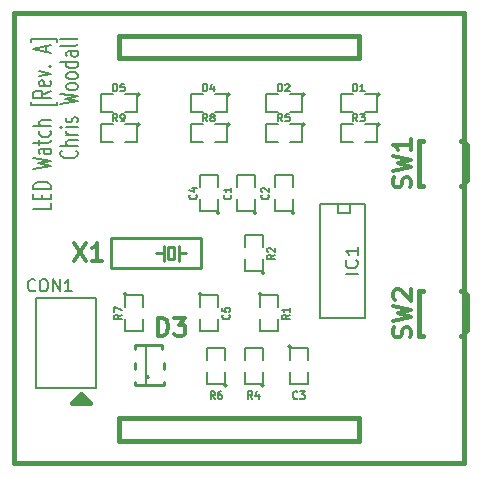
<source format=gto>
G04 (created by PCBNEW-RS274X (2011-nov-30)-testing) date Mon 10 Sep 2012 05:33:44 PM EDT*
%MOIN*%
G04 Gerber Fmt 3.4, Leading zero omitted, Abs format*
%FSLAX34Y34*%
G01*
G70*
G90*
G04 APERTURE LIST*
%ADD10C,0.006*%
%ADD11C,0.015*%
%ADD12C,0.005*%
%ADD13C,0.01*%
%ADD14C,0.008*%
%ADD15C,0.012*%
G04 APERTURE END LIST*
G54D10*
X77243Y-55333D02*
X77243Y-55524D01*
X76643Y-55524D01*
X76929Y-55200D02*
X76929Y-55066D01*
X77243Y-55009D02*
X77243Y-55200D01*
X76643Y-55200D01*
X76643Y-55009D01*
X77243Y-54838D02*
X76643Y-54838D01*
X76643Y-54743D01*
X76671Y-54685D01*
X76729Y-54647D01*
X76786Y-54628D01*
X76900Y-54609D01*
X76986Y-54609D01*
X77100Y-54628D01*
X77157Y-54647D01*
X77214Y-54685D01*
X77243Y-54743D01*
X77243Y-54838D01*
X76643Y-54171D02*
X77243Y-54076D01*
X76814Y-53999D01*
X77243Y-53923D01*
X76643Y-53828D01*
X77243Y-53504D02*
X76929Y-53504D01*
X76871Y-53523D01*
X76843Y-53561D01*
X76843Y-53638D01*
X76871Y-53676D01*
X77214Y-53504D02*
X77243Y-53542D01*
X77243Y-53638D01*
X77214Y-53676D01*
X77157Y-53695D01*
X77100Y-53695D01*
X77043Y-53676D01*
X77014Y-53638D01*
X77014Y-53542D01*
X76986Y-53504D01*
X76843Y-53371D02*
X76843Y-53219D01*
X76643Y-53314D02*
X77157Y-53314D01*
X77214Y-53295D01*
X77243Y-53257D01*
X77243Y-53219D01*
X77214Y-52913D02*
X77243Y-52951D01*
X77243Y-53028D01*
X77214Y-53066D01*
X77186Y-53085D01*
X77129Y-53104D01*
X76957Y-53104D01*
X76900Y-53085D01*
X76871Y-53066D01*
X76843Y-53028D01*
X76843Y-52951D01*
X76871Y-52913D01*
X77243Y-52742D02*
X76643Y-52742D01*
X77243Y-52570D02*
X76929Y-52570D01*
X76871Y-52589D01*
X76843Y-52627D01*
X76843Y-52685D01*
X76871Y-52723D01*
X76900Y-52742D01*
X77443Y-51960D02*
X77443Y-52056D01*
X76586Y-52056D01*
X76586Y-51960D01*
X77243Y-51579D02*
X76957Y-51713D01*
X77243Y-51808D02*
X76643Y-51808D01*
X76643Y-51655D01*
X76671Y-51617D01*
X76700Y-51598D01*
X76757Y-51579D01*
X76843Y-51579D01*
X76900Y-51598D01*
X76929Y-51617D01*
X76957Y-51655D01*
X76957Y-51808D01*
X77214Y-51255D02*
X77243Y-51293D01*
X77243Y-51370D01*
X77214Y-51408D01*
X77157Y-51427D01*
X76929Y-51427D01*
X76871Y-51408D01*
X76843Y-51370D01*
X76843Y-51293D01*
X76871Y-51255D01*
X76929Y-51236D01*
X76986Y-51236D01*
X77043Y-51427D01*
X76843Y-51103D02*
X77243Y-51008D01*
X76843Y-50912D01*
X77186Y-50760D02*
X77214Y-50741D01*
X77243Y-50760D01*
X77214Y-50779D01*
X77186Y-50760D01*
X77243Y-50760D01*
X77071Y-50284D02*
X77071Y-50093D01*
X77243Y-50322D02*
X76643Y-50189D01*
X77243Y-50055D01*
X77443Y-49960D02*
X77443Y-49865D01*
X76586Y-49865D01*
X76586Y-49960D01*
X78086Y-53580D02*
X78114Y-53599D01*
X78143Y-53656D01*
X78143Y-53694D01*
X78114Y-53752D01*
X78057Y-53790D01*
X78000Y-53809D01*
X77886Y-53828D01*
X77800Y-53828D01*
X77686Y-53809D01*
X77629Y-53790D01*
X77571Y-53752D01*
X77543Y-53694D01*
X77543Y-53656D01*
X77571Y-53599D01*
X77600Y-53580D01*
X78143Y-53409D02*
X77543Y-53409D01*
X78143Y-53237D02*
X77829Y-53237D01*
X77771Y-53256D01*
X77743Y-53294D01*
X77743Y-53352D01*
X77771Y-53390D01*
X77800Y-53409D01*
X78143Y-53047D02*
X77743Y-53047D01*
X77857Y-53047D02*
X77800Y-53028D01*
X77771Y-53009D01*
X77743Y-52971D01*
X77743Y-52932D01*
X78143Y-52799D02*
X77743Y-52799D01*
X77543Y-52799D02*
X77571Y-52818D01*
X77600Y-52799D01*
X77571Y-52780D01*
X77543Y-52799D01*
X77600Y-52799D01*
X78114Y-52628D02*
X78143Y-52590D01*
X78143Y-52514D01*
X78114Y-52475D01*
X78057Y-52456D01*
X78029Y-52456D01*
X77971Y-52475D01*
X77943Y-52514D01*
X77943Y-52571D01*
X77914Y-52609D01*
X77857Y-52628D01*
X77829Y-52628D01*
X77771Y-52609D01*
X77743Y-52571D01*
X77743Y-52514D01*
X77771Y-52475D01*
X77543Y-52018D02*
X78143Y-51923D01*
X77714Y-51846D01*
X78143Y-51770D01*
X77543Y-51675D01*
X78143Y-51466D02*
X78114Y-51504D01*
X78086Y-51523D01*
X78029Y-51542D01*
X77857Y-51542D01*
X77800Y-51523D01*
X77771Y-51504D01*
X77743Y-51466D01*
X77743Y-51408D01*
X77771Y-51370D01*
X77800Y-51351D01*
X77857Y-51332D01*
X78029Y-51332D01*
X78086Y-51351D01*
X78114Y-51370D01*
X78143Y-51408D01*
X78143Y-51466D01*
X78143Y-51104D02*
X78114Y-51142D01*
X78086Y-51161D01*
X78029Y-51180D01*
X77857Y-51180D01*
X77800Y-51161D01*
X77771Y-51142D01*
X77743Y-51104D01*
X77743Y-51046D01*
X77771Y-51008D01*
X77800Y-50989D01*
X77857Y-50970D01*
X78029Y-50970D01*
X78086Y-50989D01*
X78114Y-51008D01*
X78143Y-51046D01*
X78143Y-51104D01*
X78143Y-50627D02*
X77543Y-50627D01*
X78114Y-50627D02*
X78143Y-50665D01*
X78143Y-50742D01*
X78114Y-50780D01*
X78086Y-50799D01*
X78029Y-50818D01*
X77857Y-50818D01*
X77800Y-50799D01*
X77771Y-50780D01*
X77743Y-50742D01*
X77743Y-50665D01*
X77771Y-50627D01*
X78143Y-50265D02*
X77829Y-50265D01*
X77771Y-50284D01*
X77743Y-50322D01*
X77743Y-50399D01*
X77771Y-50437D01*
X78114Y-50265D02*
X78143Y-50303D01*
X78143Y-50399D01*
X78114Y-50437D01*
X78057Y-50456D01*
X78000Y-50456D01*
X77943Y-50437D01*
X77914Y-50399D01*
X77914Y-50303D01*
X77886Y-50265D01*
X78143Y-50018D02*
X78114Y-50056D01*
X78057Y-50075D01*
X77543Y-50075D01*
X78143Y-49808D02*
X78114Y-49846D01*
X78057Y-49865D01*
X77543Y-49865D01*
G54D11*
X78350Y-62000D02*
X78400Y-62000D01*
X78200Y-61850D02*
X78350Y-62000D01*
X78050Y-62000D02*
X78200Y-61850D01*
X78250Y-62000D02*
X78050Y-62000D01*
X78250Y-61700D02*
X78250Y-62000D01*
X78550Y-62000D02*
X78250Y-61700D01*
X77950Y-62000D02*
X78550Y-62000D01*
X78250Y-61700D02*
X77950Y-62000D01*
X79500Y-62500D02*
X87500Y-62500D01*
X87500Y-62500D02*
X87500Y-63250D01*
X87500Y-63250D02*
X79500Y-63250D01*
X79500Y-63250D02*
X79500Y-62500D01*
X79500Y-50500D02*
X79500Y-49750D01*
X87500Y-50500D02*
X79500Y-50500D01*
X87500Y-49750D02*
X87500Y-50500D01*
X79500Y-49750D02*
X87500Y-49750D01*
X91000Y-64000D02*
X91000Y-49000D01*
X76000Y-64000D02*
X91000Y-64000D01*
X76000Y-49000D02*
X76000Y-64000D01*
X76000Y-64000D02*
X76000Y-49000D01*
X76000Y-49000D02*
X91000Y-49000D01*
G54D12*
X84350Y-57650D02*
G75*
G03X84350Y-57650I-50J0D01*
G74*
G01*
X84300Y-57200D02*
X84300Y-57600D01*
X84300Y-57600D02*
X83700Y-57600D01*
X83700Y-57600D02*
X83700Y-57200D01*
X83700Y-56800D02*
X83700Y-56400D01*
X83700Y-56400D02*
X84300Y-56400D01*
X84300Y-56400D02*
X84300Y-56800D01*
X84250Y-58350D02*
G75*
G03X84250Y-58350I-50J0D01*
G74*
G01*
X84200Y-58800D02*
X84200Y-58400D01*
X84200Y-58400D02*
X84800Y-58400D01*
X84800Y-58400D02*
X84800Y-58800D01*
X84800Y-59200D02*
X84800Y-59600D01*
X84800Y-59600D02*
X84200Y-59600D01*
X84200Y-59600D02*
X84200Y-59200D01*
X85350Y-55650D02*
G75*
G03X85350Y-55650I-50J0D01*
G74*
G01*
X85300Y-55200D02*
X85300Y-55600D01*
X85300Y-55600D02*
X84700Y-55600D01*
X84700Y-55600D02*
X84700Y-55200D01*
X84700Y-54800D02*
X84700Y-54400D01*
X84700Y-54400D02*
X85300Y-54400D01*
X85300Y-54400D02*
X85300Y-54800D01*
X84100Y-55650D02*
G75*
G03X84100Y-55650I-50J0D01*
G74*
G01*
X84050Y-55200D02*
X84050Y-55600D01*
X84050Y-55600D02*
X83450Y-55600D01*
X83450Y-55600D02*
X83450Y-55200D01*
X83450Y-54800D02*
X83450Y-54400D01*
X83450Y-54400D02*
X84050Y-54400D01*
X84050Y-54400D02*
X84050Y-54800D01*
X82850Y-55650D02*
G75*
G03X82850Y-55650I-50J0D01*
G74*
G01*
X82800Y-55200D02*
X82800Y-55600D01*
X82800Y-55600D02*
X82200Y-55600D01*
X82200Y-55600D02*
X82200Y-55200D01*
X82200Y-54800D02*
X82200Y-54400D01*
X82200Y-54400D02*
X82800Y-54400D01*
X82800Y-54400D02*
X82800Y-54800D01*
G54D13*
X81150Y-56800D02*
X81350Y-56800D01*
X81350Y-56800D02*
X81350Y-57200D01*
X81350Y-57200D02*
X81150Y-57200D01*
X81150Y-57200D02*
X81150Y-56800D01*
X81500Y-56750D02*
X81500Y-57250D01*
X81500Y-57250D02*
X81500Y-57000D01*
X81500Y-57000D02*
X81750Y-57000D01*
X80750Y-57000D02*
X81000Y-57000D01*
X81000Y-57000D02*
X81000Y-56750D01*
X81000Y-56750D02*
X81000Y-57250D01*
X82250Y-57500D02*
X82250Y-56500D01*
X82250Y-56500D02*
X79250Y-56500D01*
X79250Y-56500D02*
X79250Y-57500D01*
X79250Y-57500D02*
X82250Y-57500D01*
G54D11*
X91000Y-59750D02*
X90900Y-59750D01*
X91000Y-58250D02*
X90900Y-58250D01*
X91000Y-59650D02*
X91100Y-59550D01*
X91100Y-59550D02*
X91100Y-58400D01*
X91100Y-58400D02*
X91000Y-58300D01*
X91000Y-58300D02*
X91000Y-59750D01*
X91000Y-59550D02*
X91100Y-59550D01*
X91100Y-59550D02*
X91100Y-58400D01*
X91100Y-58400D02*
X91000Y-58400D01*
X89500Y-58250D02*
X89650Y-58250D01*
X89500Y-59750D02*
X89650Y-59750D01*
X89500Y-59750D02*
X89500Y-58250D01*
X91000Y-58250D02*
X91000Y-59750D01*
X91000Y-54750D02*
X90900Y-54750D01*
X91000Y-53250D02*
X90900Y-53250D01*
X91000Y-54650D02*
X91100Y-54550D01*
X91100Y-54550D02*
X91100Y-53400D01*
X91100Y-53400D02*
X91000Y-53300D01*
X91000Y-53300D02*
X91000Y-54750D01*
X91000Y-54550D02*
X91100Y-54550D01*
X91100Y-54550D02*
X91100Y-53400D01*
X91100Y-53400D02*
X91000Y-53400D01*
X89500Y-53250D02*
X89650Y-53250D01*
X89500Y-54750D02*
X89650Y-54750D01*
X89500Y-54750D02*
X89500Y-53250D01*
X91000Y-53250D02*
X91000Y-54750D01*
G54D14*
X87700Y-55350D02*
X87700Y-59150D01*
X87700Y-59150D02*
X86200Y-59150D01*
X86200Y-59150D02*
X86200Y-55350D01*
X86200Y-55350D02*
X87700Y-55350D01*
X87200Y-55350D02*
X87200Y-55650D01*
X87200Y-55650D02*
X86800Y-55650D01*
X86800Y-55650D02*
X86800Y-55350D01*
G54D12*
X80200Y-52700D02*
G75*
G03X80200Y-52700I-50J0D01*
G74*
G01*
X79700Y-52700D02*
X80100Y-52700D01*
X80100Y-52700D02*
X80100Y-53300D01*
X80100Y-53300D02*
X79700Y-53300D01*
X79300Y-53300D02*
X78900Y-53300D01*
X78900Y-53300D02*
X78900Y-52700D01*
X78900Y-52700D02*
X79300Y-52700D01*
X85250Y-60100D02*
G75*
G03X85250Y-60100I-50J0D01*
G74*
G01*
X85200Y-60550D02*
X85200Y-60150D01*
X85200Y-60150D02*
X85800Y-60150D01*
X85800Y-60150D02*
X85800Y-60550D01*
X85800Y-60950D02*
X85800Y-61350D01*
X85800Y-61350D02*
X85200Y-61350D01*
X85200Y-61350D02*
X85200Y-60950D01*
X88200Y-52700D02*
G75*
G03X88200Y-52700I-50J0D01*
G74*
G01*
X87700Y-52700D02*
X88100Y-52700D01*
X88100Y-52700D02*
X88100Y-53300D01*
X88100Y-53300D02*
X87700Y-53300D01*
X87300Y-53300D02*
X86900Y-53300D01*
X86900Y-53300D02*
X86900Y-52700D01*
X86900Y-52700D02*
X87300Y-52700D01*
X85700Y-52700D02*
G75*
G03X85700Y-52700I-50J0D01*
G74*
G01*
X85200Y-52700D02*
X85600Y-52700D01*
X85600Y-52700D02*
X85600Y-53300D01*
X85600Y-53300D02*
X85200Y-53300D01*
X84800Y-53300D02*
X84400Y-53300D01*
X84400Y-53300D02*
X84400Y-52700D01*
X84400Y-52700D02*
X84800Y-52700D01*
X83200Y-52700D02*
G75*
G03X83200Y-52700I-50J0D01*
G74*
G01*
X82700Y-52700D02*
X83100Y-52700D01*
X83100Y-52700D02*
X83100Y-53300D01*
X83100Y-53300D02*
X82700Y-53300D01*
X82300Y-53300D02*
X81900Y-53300D01*
X81900Y-53300D02*
X81900Y-52700D01*
X81900Y-52700D02*
X82300Y-52700D01*
X84350Y-61400D02*
G75*
G03X84350Y-61400I-50J0D01*
G74*
G01*
X84300Y-60950D02*
X84300Y-61350D01*
X84300Y-61350D02*
X83700Y-61350D01*
X83700Y-61350D02*
X83700Y-60950D01*
X83700Y-60550D02*
X83700Y-60150D01*
X83700Y-60150D02*
X84300Y-60150D01*
X84300Y-60150D02*
X84300Y-60550D01*
X83100Y-61400D02*
G75*
G03X83100Y-61400I-50J0D01*
G74*
G01*
X83050Y-60950D02*
X83050Y-61350D01*
X83050Y-61350D02*
X82450Y-61350D01*
X82450Y-61350D02*
X82450Y-60950D01*
X82450Y-60550D02*
X82450Y-60150D01*
X82450Y-60150D02*
X83050Y-60150D01*
X83050Y-60150D02*
X83050Y-60550D01*
X79750Y-58350D02*
G75*
G03X79750Y-58350I-50J0D01*
G74*
G01*
X79700Y-58800D02*
X79700Y-58400D01*
X79700Y-58400D02*
X80300Y-58400D01*
X80300Y-58400D02*
X80300Y-58800D01*
X80300Y-59200D02*
X80300Y-59600D01*
X80300Y-59600D02*
X79700Y-59600D01*
X79700Y-59600D02*
X79700Y-59200D01*
X80200Y-51700D02*
G75*
G03X80200Y-51700I-50J0D01*
G74*
G01*
X79700Y-51700D02*
X80100Y-51700D01*
X80100Y-51700D02*
X80100Y-52300D01*
X80100Y-52300D02*
X79700Y-52300D01*
X79300Y-52300D02*
X78900Y-52300D01*
X78900Y-52300D02*
X78900Y-51700D01*
X78900Y-51700D02*
X79300Y-51700D01*
X83200Y-51700D02*
G75*
G03X83200Y-51700I-50J0D01*
G74*
G01*
X82700Y-51700D02*
X83100Y-51700D01*
X83100Y-51700D02*
X83100Y-52300D01*
X83100Y-52300D02*
X82700Y-52300D01*
X82300Y-52300D02*
X81900Y-52300D01*
X81900Y-52300D02*
X81900Y-51700D01*
X81900Y-51700D02*
X82300Y-51700D01*
X85700Y-51700D02*
G75*
G03X85700Y-51700I-50J0D01*
G74*
G01*
X85200Y-51700D02*
X85600Y-51700D01*
X85600Y-51700D02*
X85600Y-52300D01*
X85600Y-52300D02*
X85200Y-52300D01*
X84800Y-52300D02*
X84400Y-52300D01*
X84400Y-52300D02*
X84400Y-51700D01*
X84400Y-51700D02*
X84800Y-51700D01*
X88200Y-51700D02*
G75*
G03X88200Y-51700I-50J0D01*
G74*
G01*
X87700Y-51700D02*
X88100Y-51700D01*
X88100Y-51700D02*
X88100Y-52300D01*
X88100Y-52300D02*
X87700Y-52300D01*
X87300Y-52300D02*
X86900Y-52300D01*
X86900Y-52300D02*
X86900Y-51700D01*
X86900Y-51700D02*
X87300Y-51700D01*
X82250Y-58350D02*
G75*
G03X82250Y-58350I-50J0D01*
G74*
G01*
X82200Y-58800D02*
X82200Y-58400D01*
X82200Y-58400D02*
X82800Y-58400D01*
X82800Y-58400D02*
X82800Y-58800D01*
X82800Y-59200D02*
X82800Y-59600D01*
X82800Y-59600D02*
X82200Y-59600D01*
X82200Y-59600D02*
X82200Y-59200D01*
G54D10*
X80425Y-61125D02*
X80475Y-61125D01*
X80400Y-61025D02*
X80400Y-61400D01*
X80400Y-61375D02*
X80400Y-61200D01*
X80400Y-61200D02*
X80500Y-61125D01*
X80500Y-61125D02*
X80400Y-61050D01*
X80400Y-61050D02*
X80400Y-60075D01*
G54D13*
X81000Y-60650D02*
X81000Y-60850D01*
X80050Y-61300D02*
X80050Y-61400D01*
X80050Y-61400D02*
X81000Y-61400D01*
X81000Y-61400D02*
X81000Y-61300D01*
X80050Y-60650D02*
X80050Y-60850D01*
X80050Y-60200D02*
X80050Y-60100D01*
X80050Y-60100D02*
X80050Y-60050D01*
X80050Y-60050D02*
X80950Y-60050D01*
X80950Y-60050D02*
X80950Y-60200D01*
G54D14*
X78750Y-58500D02*
X78750Y-61500D01*
X76750Y-61500D02*
X76750Y-58500D01*
X76750Y-58500D02*
X78750Y-58500D01*
X78750Y-61500D02*
X76750Y-61500D01*
G54D12*
X84701Y-57042D02*
X84582Y-57125D01*
X84701Y-57184D02*
X84451Y-57184D01*
X84451Y-57089D01*
X84463Y-57065D01*
X84475Y-57054D01*
X84499Y-57042D01*
X84535Y-57042D01*
X84558Y-57054D01*
X84570Y-57065D01*
X84582Y-57089D01*
X84582Y-57184D01*
X84475Y-56946D02*
X84463Y-56934D01*
X84451Y-56911D01*
X84451Y-56851D01*
X84463Y-56827D01*
X84475Y-56815D01*
X84499Y-56804D01*
X84523Y-56804D01*
X84558Y-56815D01*
X84701Y-56958D01*
X84701Y-56804D01*
X85201Y-59042D02*
X85082Y-59125D01*
X85201Y-59184D02*
X84951Y-59184D01*
X84951Y-59089D01*
X84963Y-59065D01*
X84975Y-59054D01*
X84999Y-59042D01*
X85035Y-59042D01*
X85058Y-59054D01*
X85070Y-59065D01*
X85082Y-59089D01*
X85082Y-59184D01*
X85201Y-58804D02*
X85201Y-58946D01*
X85201Y-58875D02*
X84951Y-58875D01*
X84987Y-58899D01*
X85011Y-58923D01*
X85023Y-58946D01*
X84477Y-55042D02*
X84489Y-55054D01*
X84501Y-55089D01*
X84501Y-55113D01*
X84489Y-55149D01*
X84465Y-55173D01*
X84442Y-55184D01*
X84394Y-55196D01*
X84358Y-55196D01*
X84311Y-55184D01*
X84287Y-55173D01*
X84263Y-55149D01*
X84251Y-55113D01*
X84251Y-55089D01*
X84263Y-55054D01*
X84275Y-55042D01*
X84275Y-54946D02*
X84263Y-54934D01*
X84251Y-54911D01*
X84251Y-54851D01*
X84263Y-54827D01*
X84275Y-54815D01*
X84299Y-54804D01*
X84323Y-54804D01*
X84358Y-54815D01*
X84501Y-54958D01*
X84501Y-54804D01*
X83227Y-55042D02*
X83239Y-55054D01*
X83251Y-55089D01*
X83251Y-55113D01*
X83239Y-55149D01*
X83215Y-55173D01*
X83192Y-55184D01*
X83144Y-55196D01*
X83108Y-55196D01*
X83061Y-55184D01*
X83037Y-55173D01*
X83013Y-55149D01*
X83001Y-55113D01*
X83001Y-55089D01*
X83013Y-55054D01*
X83025Y-55042D01*
X83251Y-54804D02*
X83251Y-54946D01*
X83251Y-54875D02*
X83001Y-54875D01*
X83037Y-54899D01*
X83061Y-54923D01*
X83073Y-54946D01*
X82077Y-55042D02*
X82089Y-55054D01*
X82101Y-55089D01*
X82101Y-55113D01*
X82089Y-55149D01*
X82065Y-55173D01*
X82042Y-55184D01*
X81994Y-55196D01*
X81958Y-55196D01*
X81911Y-55184D01*
X81887Y-55173D01*
X81863Y-55149D01*
X81851Y-55113D01*
X81851Y-55089D01*
X81863Y-55054D01*
X81875Y-55042D01*
X81935Y-54827D02*
X82101Y-54827D01*
X81839Y-54887D02*
X82018Y-54946D01*
X82018Y-54792D01*
G54D15*
X78015Y-56643D02*
X78415Y-57243D01*
X78415Y-56643D02*
X78015Y-57243D01*
X78957Y-57243D02*
X78614Y-57243D01*
X78786Y-57243D02*
X78786Y-56643D01*
X78729Y-56729D01*
X78671Y-56786D01*
X78614Y-56814D01*
X89214Y-59800D02*
X89243Y-59714D01*
X89243Y-59571D01*
X89214Y-59514D01*
X89186Y-59485D01*
X89129Y-59457D01*
X89071Y-59457D01*
X89014Y-59485D01*
X88986Y-59514D01*
X88957Y-59571D01*
X88929Y-59685D01*
X88900Y-59743D01*
X88871Y-59771D01*
X88814Y-59800D01*
X88757Y-59800D01*
X88700Y-59771D01*
X88671Y-59743D01*
X88643Y-59685D01*
X88643Y-59543D01*
X88671Y-59457D01*
X88643Y-59257D02*
X89243Y-59114D01*
X88814Y-59000D01*
X89243Y-58886D01*
X88643Y-58743D01*
X88700Y-58543D02*
X88671Y-58514D01*
X88643Y-58457D01*
X88643Y-58314D01*
X88671Y-58257D01*
X88700Y-58228D01*
X88757Y-58200D01*
X88814Y-58200D01*
X88900Y-58228D01*
X89243Y-58571D01*
X89243Y-58200D01*
X89214Y-54800D02*
X89243Y-54714D01*
X89243Y-54571D01*
X89214Y-54514D01*
X89186Y-54485D01*
X89129Y-54457D01*
X89071Y-54457D01*
X89014Y-54485D01*
X88986Y-54514D01*
X88957Y-54571D01*
X88929Y-54685D01*
X88900Y-54743D01*
X88871Y-54771D01*
X88814Y-54800D01*
X88757Y-54800D01*
X88700Y-54771D01*
X88671Y-54743D01*
X88643Y-54685D01*
X88643Y-54543D01*
X88671Y-54457D01*
X88643Y-54257D02*
X89243Y-54114D01*
X88814Y-54000D01*
X89243Y-53886D01*
X88643Y-53743D01*
X89243Y-53200D02*
X89243Y-53543D01*
X89243Y-53371D02*
X88643Y-53371D01*
X88729Y-53428D01*
X88786Y-53486D01*
X88814Y-53543D01*
G54D12*
X87462Y-57689D02*
X87062Y-57689D01*
X87424Y-57218D02*
X87443Y-57239D01*
X87462Y-57303D01*
X87462Y-57346D01*
X87443Y-57411D01*
X87405Y-57453D01*
X87367Y-57475D01*
X87290Y-57496D01*
X87233Y-57496D01*
X87157Y-57475D01*
X87119Y-57453D01*
X87081Y-57411D01*
X87062Y-57346D01*
X87062Y-57303D01*
X87081Y-57239D01*
X87100Y-57218D01*
X87462Y-56789D02*
X87462Y-57046D01*
X87462Y-56918D02*
X87062Y-56918D01*
X87119Y-56961D01*
X87157Y-57003D01*
X87176Y-57046D01*
X79458Y-52601D02*
X79375Y-52482D01*
X79316Y-52601D02*
X79316Y-52351D01*
X79411Y-52351D01*
X79435Y-52363D01*
X79446Y-52375D01*
X79458Y-52399D01*
X79458Y-52435D01*
X79446Y-52458D01*
X79435Y-52470D01*
X79411Y-52482D01*
X79316Y-52482D01*
X79577Y-52601D02*
X79625Y-52601D01*
X79649Y-52589D01*
X79661Y-52577D01*
X79685Y-52542D01*
X79696Y-52494D01*
X79696Y-52399D01*
X79685Y-52375D01*
X79673Y-52363D01*
X79649Y-52351D01*
X79601Y-52351D01*
X79577Y-52363D01*
X79566Y-52375D01*
X79554Y-52399D01*
X79554Y-52458D01*
X79566Y-52482D01*
X79577Y-52494D01*
X79601Y-52506D01*
X79649Y-52506D01*
X79673Y-52494D01*
X79685Y-52482D01*
X79696Y-52458D01*
X85458Y-61827D02*
X85446Y-61839D01*
X85411Y-61851D01*
X85387Y-61851D01*
X85351Y-61839D01*
X85327Y-61815D01*
X85316Y-61792D01*
X85304Y-61744D01*
X85304Y-61708D01*
X85316Y-61661D01*
X85327Y-61637D01*
X85351Y-61613D01*
X85387Y-61601D01*
X85411Y-61601D01*
X85446Y-61613D01*
X85458Y-61625D01*
X85542Y-61601D02*
X85696Y-61601D01*
X85613Y-61696D01*
X85649Y-61696D01*
X85673Y-61708D01*
X85685Y-61720D01*
X85696Y-61744D01*
X85696Y-61804D01*
X85685Y-61827D01*
X85673Y-61839D01*
X85649Y-61851D01*
X85577Y-61851D01*
X85554Y-61839D01*
X85542Y-61827D01*
X87458Y-52601D02*
X87375Y-52482D01*
X87316Y-52601D02*
X87316Y-52351D01*
X87411Y-52351D01*
X87435Y-52363D01*
X87446Y-52375D01*
X87458Y-52399D01*
X87458Y-52435D01*
X87446Y-52458D01*
X87435Y-52470D01*
X87411Y-52482D01*
X87316Y-52482D01*
X87542Y-52351D02*
X87696Y-52351D01*
X87613Y-52446D01*
X87649Y-52446D01*
X87673Y-52458D01*
X87685Y-52470D01*
X87696Y-52494D01*
X87696Y-52554D01*
X87685Y-52577D01*
X87673Y-52589D01*
X87649Y-52601D01*
X87577Y-52601D01*
X87554Y-52589D01*
X87542Y-52577D01*
X84958Y-52601D02*
X84875Y-52482D01*
X84816Y-52601D02*
X84816Y-52351D01*
X84911Y-52351D01*
X84935Y-52363D01*
X84946Y-52375D01*
X84958Y-52399D01*
X84958Y-52435D01*
X84946Y-52458D01*
X84935Y-52470D01*
X84911Y-52482D01*
X84816Y-52482D01*
X85185Y-52351D02*
X85066Y-52351D01*
X85054Y-52470D01*
X85066Y-52458D01*
X85089Y-52446D01*
X85149Y-52446D01*
X85173Y-52458D01*
X85185Y-52470D01*
X85196Y-52494D01*
X85196Y-52554D01*
X85185Y-52577D01*
X85173Y-52589D01*
X85149Y-52601D01*
X85089Y-52601D01*
X85066Y-52589D01*
X85054Y-52577D01*
X82458Y-52601D02*
X82375Y-52482D01*
X82316Y-52601D02*
X82316Y-52351D01*
X82411Y-52351D01*
X82435Y-52363D01*
X82446Y-52375D01*
X82458Y-52399D01*
X82458Y-52435D01*
X82446Y-52458D01*
X82435Y-52470D01*
X82411Y-52482D01*
X82316Y-52482D01*
X82601Y-52458D02*
X82577Y-52446D01*
X82566Y-52435D01*
X82554Y-52411D01*
X82554Y-52399D01*
X82566Y-52375D01*
X82577Y-52363D01*
X82601Y-52351D01*
X82649Y-52351D01*
X82673Y-52363D01*
X82685Y-52375D01*
X82696Y-52399D01*
X82696Y-52411D01*
X82685Y-52435D01*
X82673Y-52446D01*
X82649Y-52458D01*
X82601Y-52458D01*
X82577Y-52470D01*
X82566Y-52482D01*
X82554Y-52506D01*
X82554Y-52554D01*
X82566Y-52577D01*
X82577Y-52589D01*
X82601Y-52601D01*
X82649Y-52601D01*
X82673Y-52589D01*
X82685Y-52577D01*
X82696Y-52554D01*
X82696Y-52506D01*
X82685Y-52482D01*
X82673Y-52470D01*
X82649Y-52458D01*
X83958Y-61851D02*
X83875Y-61732D01*
X83816Y-61851D02*
X83816Y-61601D01*
X83911Y-61601D01*
X83935Y-61613D01*
X83946Y-61625D01*
X83958Y-61649D01*
X83958Y-61685D01*
X83946Y-61708D01*
X83935Y-61720D01*
X83911Y-61732D01*
X83816Y-61732D01*
X84173Y-61685D02*
X84173Y-61851D01*
X84113Y-61589D02*
X84054Y-61768D01*
X84208Y-61768D01*
X82708Y-61851D02*
X82625Y-61732D01*
X82566Y-61851D02*
X82566Y-61601D01*
X82661Y-61601D01*
X82685Y-61613D01*
X82696Y-61625D01*
X82708Y-61649D01*
X82708Y-61685D01*
X82696Y-61708D01*
X82685Y-61720D01*
X82661Y-61732D01*
X82566Y-61732D01*
X82923Y-61601D02*
X82875Y-61601D01*
X82851Y-61613D01*
X82839Y-61625D01*
X82816Y-61661D01*
X82804Y-61708D01*
X82804Y-61804D01*
X82816Y-61827D01*
X82827Y-61839D01*
X82851Y-61851D01*
X82899Y-61851D01*
X82923Y-61839D01*
X82935Y-61827D01*
X82946Y-61804D01*
X82946Y-61744D01*
X82935Y-61720D01*
X82923Y-61708D01*
X82899Y-61696D01*
X82851Y-61696D01*
X82827Y-61708D01*
X82816Y-61720D01*
X82804Y-61744D01*
X79601Y-59042D02*
X79482Y-59125D01*
X79601Y-59184D02*
X79351Y-59184D01*
X79351Y-59089D01*
X79363Y-59065D01*
X79375Y-59054D01*
X79399Y-59042D01*
X79435Y-59042D01*
X79458Y-59054D01*
X79470Y-59065D01*
X79482Y-59089D01*
X79482Y-59184D01*
X79351Y-58958D02*
X79351Y-58792D01*
X79601Y-58899D01*
X79316Y-51601D02*
X79316Y-51351D01*
X79375Y-51351D01*
X79411Y-51363D01*
X79435Y-51387D01*
X79446Y-51411D01*
X79458Y-51458D01*
X79458Y-51494D01*
X79446Y-51542D01*
X79435Y-51565D01*
X79411Y-51589D01*
X79375Y-51601D01*
X79316Y-51601D01*
X79685Y-51351D02*
X79566Y-51351D01*
X79554Y-51470D01*
X79566Y-51458D01*
X79589Y-51446D01*
X79649Y-51446D01*
X79673Y-51458D01*
X79685Y-51470D01*
X79696Y-51494D01*
X79696Y-51554D01*
X79685Y-51577D01*
X79673Y-51589D01*
X79649Y-51601D01*
X79589Y-51601D01*
X79566Y-51589D01*
X79554Y-51577D01*
X82316Y-51601D02*
X82316Y-51351D01*
X82375Y-51351D01*
X82411Y-51363D01*
X82435Y-51387D01*
X82446Y-51411D01*
X82458Y-51458D01*
X82458Y-51494D01*
X82446Y-51542D01*
X82435Y-51565D01*
X82411Y-51589D01*
X82375Y-51601D01*
X82316Y-51601D01*
X82673Y-51435D02*
X82673Y-51601D01*
X82613Y-51339D02*
X82554Y-51518D01*
X82708Y-51518D01*
X84816Y-51601D02*
X84816Y-51351D01*
X84875Y-51351D01*
X84911Y-51363D01*
X84935Y-51387D01*
X84946Y-51411D01*
X84958Y-51458D01*
X84958Y-51494D01*
X84946Y-51542D01*
X84935Y-51565D01*
X84911Y-51589D01*
X84875Y-51601D01*
X84816Y-51601D01*
X85054Y-51375D02*
X85066Y-51363D01*
X85089Y-51351D01*
X85149Y-51351D01*
X85173Y-51363D01*
X85185Y-51375D01*
X85196Y-51399D01*
X85196Y-51423D01*
X85185Y-51458D01*
X85042Y-51601D01*
X85196Y-51601D01*
X87316Y-51601D02*
X87316Y-51351D01*
X87375Y-51351D01*
X87411Y-51363D01*
X87435Y-51387D01*
X87446Y-51411D01*
X87458Y-51458D01*
X87458Y-51494D01*
X87446Y-51542D01*
X87435Y-51565D01*
X87411Y-51589D01*
X87375Y-51601D01*
X87316Y-51601D01*
X87696Y-51601D02*
X87554Y-51601D01*
X87625Y-51601D02*
X87625Y-51351D01*
X87601Y-51387D01*
X87577Y-51411D01*
X87554Y-51423D01*
X83177Y-59042D02*
X83189Y-59054D01*
X83201Y-59089D01*
X83201Y-59113D01*
X83189Y-59149D01*
X83165Y-59173D01*
X83142Y-59184D01*
X83094Y-59196D01*
X83058Y-59196D01*
X83011Y-59184D01*
X82987Y-59173D01*
X82963Y-59149D01*
X82951Y-59113D01*
X82951Y-59089D01*
X82963Y-59054D01*
X82975Y-59042D01*
X82951Y-58815D02*
X82951Y-58934D01*
X83070Y-58946D01*
X83058Y-58934D01*
X83046Y-58911D01*
X83046Y-58851D01*
X83058Y-58827D01*
X83070Y-58815D01*
X83094Y-58804D01*
X83154Y-58804D01*
X83177Y-58815D01*
X83189Y-58827D01*
X83201Y-58851D01*
X83201Y-58911D01*
X83189Y-58934D01*
X83177Y-58946D01*
G54D15*
X80808Y-59743D02*
X80808Y-59143D01*
X80951Y-59143D01*
X81036Y-59171D01*
X81094Y-59229D01*
X81122Y-59286D01*
X81151Y-59400D01*
X81151Y-59486D01*
X81122Y-59600D01*
X81094Y-59657D01*
X81036Y-59714D01*
X80951Y-59743D01*
X80808Y-59743D01*
X81351Y-59143D02*
X81722Y-59143D01*
X81522Y-59371D01*
X81608Y-59371D01*
X81665Y-59400D01*
X81694Y-59429D01*
X81722Y-59486D01*
X81722Y-59629D01*
X81694Y-59686D01*
X81665Y-59714D01*
X81608Y-59743D01*
X81436Y-59743D01*
X81379Y-59714D01*
X81351Y-59686D01*
G54D14*
X76715Y-58224D02*
X76696Y-58243D01*
X76639Y-58262D01*
X76601Y-58262D01*
X76543Y-58243D01*
X76505Y-58205D01*
X76486Y-58167D01*
X76467Y-58090D01*
X76467Y-58033D01*
X76486Y-57957D01*
X76505Y-57919D01*
X76543Y-57881D01*
X76601Y-57862D01*
X76639Y-57862D01*
X76696Y-57881D01*
X76715Y-57900D01*
X76962Y-57862D02*
X77039Y-57862D01*
X77077Y-57881D01*
X77115Y-57919D01*
X77134Y-57995D01*
X77134Y-58129D01*
X77115Y-58205D01*
X77077Y-58243D01*
X77039Y-58262D01*
X76962Y-58262D01*
X76924Y-58243D01*
X76886Y-58205D01*
X76867Y-58129D01*
X76867Y-57995D01*
X76886Y-57919D01*
X76924Y-57881D01*
X76962Y-57862D01*
X77305Y-58262D02*
X77305Y-57862D01*
X77534Y-58262D01*
X77534Y-57862D01*
X77934Y-58262D02*
X77705Y-58262D01*
X77819Y-58262D02*
X77819Y-57862D01*
X77781Y-57919D01*
X77743Y-57957D01*
X77705Y-57976D01*
M02*

</source>
